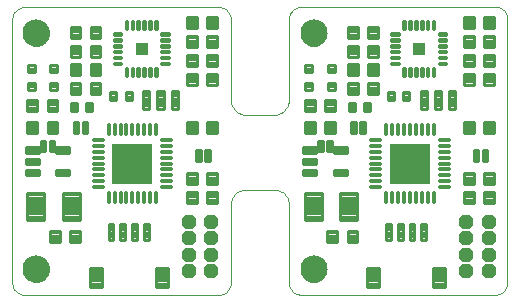
<source format=gts>
G75*
%MOIN*%
%OFA0B0*%
%FSLAX24Y24*%
%IPPOS*%
%LPD*%
%AMOC8*
5,1,8,0,0,1.08239X$1,22.5*
%
%ADD10C,0.0000*%
%ADD11C,0.0906*%
%ADD12R,0.1375X0.1375*%
%ADD13C,0.0107*%
%ADD14C,0.0114*%
%ADD15C,0.0134*%
%ADD16R,0.0394X0.0394*%
%ADD17C,0.0108*%
%ADD18C,0.0118*%
%ADD19C,0.0120*%
%ADD20C,0.0138*%
%ADD21C,0.0138*%
%ADD22C,0.0114*%
%ADD23C,0.0116*%
%ADD24C,0.0108*%
%ADD25OC8,0.0480*%
D10*
X003587Y005150D02*
X010080Y005150D01*
X010119Y005153D01*
X010158Y005159D01*
X010196Y005169D01*
X010233Y005183D01*
X010268Y005200D01*
X010301Y005221D01*
X010332Y005245D01*
X010361Y005271D01*
X010387Y005301D01*
X010410Y005333D01*
X010430Y005367D01*
X010446Y005402D01*
X010458Y005440D01*
X010467Y005478D01*
X010473Y005517D01*
X010474Y005556D01*
X010474Y008150D01*
X010476Y008194D01*
X010482Y008237D01*
X010491Y008279D01*
X010504Y008321D01*
X010521Y008361D01*
X010541Y008400D01*
X010564Y008437D01*
X010591Y008471D01*
X010620Y008504D01*
X010653Y008533D01*
X010687Y008560D01*
X010724Y008583D01*
X010763Y008603D01*
X010803Y008620D01*
X010845Y008633D01*
X010887Y008642D01*
X010930Y008648D01*
X010974Y008650D01*
X011912Y008650D01*
X011956Y008648D01*
X011999Y008642D01*
X012041Y008633D01*
X012083Y008620D01*
X012123Y008603D01*
X012162Y008583D01*
X012199Y008560D01*
X012233Y008533D01*
X012266Y008504D01*
X012295Y008471D01*
X012322Y008437D01*
X012345Y008400D01*
X012365Y008361D01*
X012382Y008321D01*
X012395Y008279D01*
X012404Y008237D01*
X012410Y008194D01*
X012412Y008150D01*
X012412Y005556D01*
X012414Y005517D01*
X012419Y005479D01*
X012428Y005441D01*
X012441Y005404D01*
X012458Y005369D01*
X012478Y005335D01*
X012501Y005304D01*
X012527Y005275D01*
X012555Y005249D01*
X012586Y005225D01*
X012620Y005205D01*
X012655Y005188D01*
X012692Y005175D01*
X012729Y005165D01*
X012768Y005159D01*
X012807Y005157D01*
X012806Y005157D02*
X019299Y005157D01*
X019338Y005159D01*
X019376Y005165D01*
X019413Y005174D01*
X019450Y005187D01*
X019485Y005204D01*
X019518Y005223D01*
X019549Y005246D01*
X019578Y005272D01*
X019604Y005301D01*
X019627Y005332D01*
X019646Y005365D01*
X019663Y005400D01*
X019676Y005437D01*
X019685Y005474D01*
X019691Y005512D01*
X019693Y005551D01*
X019693Y014350D01*
X019691Y014389D01*
X019685Y014427D01*
X019676Y014464D01*
X019663Y014501D01*
X019646Y014536D01*
X019627Y014569D01*
X019604Y014600D01*
X019578Y014629D01*
X019549Y014655D01*
X019518Y014678D01*
X019485Y014697D01*
X019450Y014714D01*
X019413Y014727D01*
X019376Y014736D01*
X019338Y014742D01*
X019299Y014744D01*
X012806Y014744D01*
X012806Y014743D02*
X012767Y014740D01*
X012728Y014734D01*
X012690Y014724D01*
X012653Y014710D01*
X012618Y014693D01*
X012585Y014672D01*
X012554Y014648D01*
X012525Y014622D01*
X012499Y014592D01*
X012476Y014560D01*
X012456Y014526D01*
X012440Y014491D01*
X012428Y014453D01*
X012419Y014415D01*
X012413Y014376D01*
X012412Y014337D01*
X012412Y014338D02*
X012412Y011650D01*
X012410Y011606D01*
X012404Y011563D01*
X012395Y011521D01*
X012382Y011479D01*
X012365Y011439D01*
X012345Y011400D01*
X012322Y011363D01*
X012295Y011329D01*
X012266Y011296D01*
X012233Y011267D01*
X012199Y011240D01*
X012162Y011217D01*
X012123Y011197D01*
X012083Y011180D01*
X012041Y011167D01*
X011999Y011158D01*
X011956Y011152D01*
X011912Y011150D01*
X010974Y011150D01*
X010930Y011152D01*
X010887Y011158D01*
X010845Y011167D01*
X010803Y011180D01*
X010763Y011197D01*
X010724Y011217D01*
X010687Y011240D01*
X010653Y011267D01*
X010620Y011296D01*
X010591Y011329D01*
X010564Y011363D01*
X010541Y011400D01*
X010521Y011439D01*
X010504Y011479D01*
X010491Y011521D01*
X010482Y011563D01*
X010476Y011606D01*
X010474Y011650D01*
X010474Y014338D01*
X010475Y014338D02*
X010473Y014377D01*
X010468Y014415D01*
X010459Y014453D01*
X010446Y014490D01*
X010429Y014525D01*
X010409Y014559D01*
X010386Y014590D01*
X010360Y014619D01*
X010332Y014645D01*
X010301Y014669D01*
X010267Y014689D01*
X010232Y014706D01*
X010195Y014719D01*
X010158Y014729D01*
X010119Y014735D01*
X010080Y014737D01*
X003587Y014737D01*
X003548Y014735D01*
X003510Y014729D01*
X003473Y014720D01*
X003436Y014707D01*
X003401Y014690D01*
X003368Y014671D01*
X003337Y014648D01*
X003308Y014622D01*
X003282Y014593D01*
X003259Y014562D01*
X003240Y014529D01*
X003223Y014494D01*
X003210Y014457D01*
X003201Y014420D01*
X003195Y014382D01*
X003193Y014343D01*
X003193Y005544D01*
X003195Y005505D01*
X003201Y005467D01*
X003210Y005430D01*
X003223Y005393D01*
X003240Y005358D01*
X003259Y005325D01*
X003282Y005294D01*
X003308Y005265D01*
X003337Y005239D01*
X003368Y005216D01*
X003401Y005197D01*
X003436Y005180D01*
X003473Y005167D01*
X003510Y005158D01*
X003548Y005152D01*
X003587Y005150D01*
X003548Y006006D02*
X003550Y006047D01*
X003556Y006088D01*
X003566Y006128D01*
X003579Y006167D01*
X003596Y006204D01*
X003617Y006240D01*
X003641Y006274D01*
X003668Y006305D01*
X003697Y006333D01*
X003730Y006359D01*
X003764Y006381D01*
X003801Y006400D01*
X003839Y006415D01*
X003879Y006427D01*
X003919Y006435D01*
X003960Y006439D01*
X004002Y006439D01*
X004043Y006435D01*
X004083Y006427D01*
X004123Y006415D01*
X004161Y006400D01*
X004197Y006381D01*
X004232Y006359D01*
X004265Y006333D01*
X004294Y006305D01*
X004321Y006274D01*
X004345Y006240D01*
X004366Y006204D01*
X004383Y006167D01*
X004396Y006128D01*
X004406Y006088D01*
X004412Y006047D01*
X004414Y006006D01*
X004412Y005965D01*
X004406Y005924D01*
X004396Y005884D01*
X004383Y005845D01*
X004366Y005808D01*
X004345Y005772D01*
X004321Y005738D01*
X004294Y005707D01*
X004265Y005679D01*
X004232Y005653D01*
X004198Y005631D01*
X004161Y005612D01*
X004123Y005597D01*
X004083Y005585D01*
X004043Y005577D01*
X004002Y005573D01*
X003960Y005573D01*
X003919Y005577D01*
X003879Y005585D01*
X003839Y005597D01*
X003801Y005612D01*
X003765Y005631D01*
X003730Y005653D01*
X003697Y005679D01*
X003668Y005707D01*
X003641Y005738D01*
X003617Y005772D01*
X003596Y005808D01*
X003579Y005845D01*
X003566Y005884D01*
X003556Y005924D01*
X003550Y005965D01*
X003548Y006006D01*
X003548Y013880D02*
X003550Y013921D01*
X003556Y013962D01*
X003566Y014002D01*
X003579Y014041D01*
X003596Y014078D01*
X003617Y014114D01*
X003641Y014148D01*
X003668Y014179D01*
X003697Y014207D01*
X003730Y014233D01*
X003764Y014255D01*
X003801Y014274D01*
X003839Y014289D01*
X003879Y014301D01*
X003919Y014309D01*
X003960Y014313D01*
X004002Y014313D01*
X004043Y014309D01*
X004083Y014301D01*
X004123Y014289D01*
X004161Y014274D01*
X004197Y014255D01*
X004232Y014233D01*
X004265Y014207D01*
X004294Y014179D01*
X004321Y014148D01*
X004345Y014114D01*
X004366Y014078D01*
X004383Y014041D01*
X004396Y014002D01*
X004406Y013962D01*
X004412Y013921D01*
X004414Y013880D01*
X004412Y013839D01*
X004406Y013798D01*
X004396Y013758D01*
X004383Y013719D01*
X004366Y013682D01*
X004345Y013646D01*
X004321Y013612D01*
X004294Y013581D01*
X004265Y013553D01*
X004232Y013527D01*
X004198Y013505D01*
X004161Y013486D01*
X004123Y013471D01*
X004083Y013459D01*
X004043Y013451D01*
X004002Y013447D01*
X003960Y013447D01*
X003919Y013451D01*
X003879Y013459D01*
X003839Y013471D01*
X003801Y013486D01*
X003765Y013505D01*
X003730Y013527D01*
X003697Y013553D01*
X003668Y013581D01*
X003641Y013612D01*
X003617Y013646D01*
X003596Y013682D01*
X003579Y013719D01*
X003566Y013758D01*
X003556Y013798D01*
X003550Y013839D01*
X003548Y013880D01*
X012798Y013880D02*
X012800Y013921D01*
X012806Y013962D01*
X012816Y014002D01*
X012829Y014041D01*
X012846Y014078D01*
X012867Y014114D01*
X012891Y014148D01*
X012918Y014179D01*
X012947Y014207D01*
X012980Y014233D01*
X013014Y014255D01*
X013051Y014274D01*
X013089Y014289D01*
X013129Y014301D01*
X013169Y014309D01*
X013210Y014313D01*
X013252Y014313D01*
X013293Y014309D01*
X013333Y014301D01*
X013373Y014289D01*
X013411Y014274D01*
X013447Y014255D01*
X013482Y014233D01*
X013515Y014207D01*
X013544Y014179D01*
X013571Y014148D01*
X013595Y014114D01*
X013616Y014078D01*
X013633Y014041D01*
X013646Y014002D01*
X013656Y013962D01*
X013662Y013921D01*
X013664Y013880D01*
X013662Y013839D01*
X013656Y013798D01*
X013646Y013758D01*
X013633Y013719D01*
X013616Y013682D01*
X013595Y013646D01*
X013571Y013612D01*
X013544Y013581D01*
X013515Y013553D01*
X013482Y013527D01*
X013448Y013505D01*
X013411Y013486D01*
X013373Y013471D01*
X013333Y013459D01*
X013293Y013451D01*
X013252Y013447D01*
X013210Y013447D01*
X013169Y013451D01*
X013129Y013459D01*
X013089Y013471D01*
X013051Y013486D01*
X013015Y013505D01*
X012980Y013527D01*
X012947Y013553D01*
X012918Y013581D01*
X012891Y013612D01*
X012867Y013646D01*
X012846Y013682D01*
X012829Y013719D01*
X012816Y013758D01*
X012806Y013798D01*
X012800Y013839D01*
X012798Y013880D01*
X012798Y006006D02*
X012800Y006047D01*
X012806Y006088D01*
X012816Y006128D01*
X012829Y006167D01*
X012846Y006204D01*
X012867Y006240D01*
X012891Y006274D01*
X012918Y006305D01*
X012947Y006333D01*
X012980Y006359D01*
X013014Y006381D01*
X013051Y006400D01*
X013089Y006415D01*
X013129Y006427D01*
X013169Y006435D01*
X013210Y006439D01*
X013252Y006439D01*
X013293Y006435D01*
X013333Y006427D01*
X013373Y006415D01*
X013411Y006400D01*
X013447Y006381D01*
X013482Y006359D01*
X013515Y006333D01*
X013544Y006305D01*
X013571Y006274D01*
X013595Y006240D01*
X013616Y006204D01*
X013633Y006167D01*
X013646Y006128D01*
X013656Y006088D01*
X013662Y006047D01*
X013664Y006006D01*
X013662Y005965D01*
X013656Y005924D01*
X013646Y005884D01*
X013633Y005845D01*
X013616Y005808D01*
X013595Y005772D01*
X013571Y005738D01*
X013544Y005707D01*
X013515Y005679D01*
X013482Y005653D01*
X013448Y005631D01*
X013411Y005612D01*
X013373Y005597D01*
X013333Y005585D01*
X013293Y005577D01*
X013252Y005573D01*
X013210Y005573D01*
X013169Y005577D01*
X013129Y005585D01*
X013089Y005597D01*
X013051Y005612D01*
X013015Y005631D01*
X012980Y005653D01*
X012947Y005679D01*
X012918Y005707D01*
X012891Y005738D01*
X012867Y005772D01*
X012846Y005808D01*
X012829Y005845D01*
X012816Y005884D01*
X012806Y005924D01*
X012800Y005965D01*
X012798Y006006D01*
D11*
X013231Y006006D03*
X013231Y013880D03*
X003981Y013880D03*
X003981Y006006D03*
D12*
X007193Y009525D03*
X016443Y009525D03*
D13*
X014691Y008527D02*
X014127Y008527D01*
X014691Y008527D02*
X014691Y007649D01*
X014127Y007649D01*
X014127Y008527D01*
X014127Y007755D02*
X014691Y007755D01*
X014691Y007861D02*
X014127Y007861D01*
X014127Y007967D02*
X014691Y007967D01*
X014691Y008073D02*
X014127Y008073D01*
X014127Y008179D02*
X014691Y008179D01*
X014691Y008285D02*
X014127Y008285D01*
X014127Y008391D02*
X014691Y008391D01*
X014691Y008497D02*
X014127Y008497D01*
X013510Y007649D02*
X012946Y007649D01*
X012946Y008527D01*
X013510Y008527D01*
X013510Y007649D01*
X013510Y007755D02*
X012946Y007755D01*
X012946Y007861D02*
X013510Y007861D01*
X013510Y007967D02*
X012946Y007967D01*
X012946Y008073D02*
X013510Y008073D01*
X013510Y008179D02*
X012946Y008179D01*
X012946Y008285D02*
X013510Y008285D01*
X013510Y008391D02*
X012946Y008391D01*
X012946Y008497D02*
X013510Y008497D01*
X005441Y008527D02*
X004877Y008527D01*
X005441Y008527D02*
X005441Y007649D01*
X004877Y007649D01*
X004877Y008527D01*
X004877Y007755D02*
X005441Y007755D01*
X005441Y007861D02*
X004877Y007861D01*
X004877Y007967D02*
X005441Y007967D01*
X005441Y008073D02*
X004877Y008073D01*
X004877Y008179D02*
X005441Y008179D01*
X005441Y008285D02*
X004877Y008285D01*
X004877Y008391D02*
X005441Y008391D01*
X005441Y008497D02*
X004877Y008497D01*
X004260Y007649D02*
X003696Y007649D01*
X003696Y008527D01*
X004260Y008527D01*
X004260Y007649D01*
X004260Y007755D02*
X003696Y007755D01*
X003696Y007861D02*
X004260Y007861D01*
X004260Y007967D02*
X003696Y007967D01*
X003696Y008073D02*
X004260Y008073D01*
X004260Y008179D02*
X003696Y008179D01*
X003696Y008285D02*
X004260Y008285D01*
X004260Y008391D02*
X003696Y008391D01*
X003696Y008497D02*
X004260Y008497D01*
D14*
X004448Y011985D02*
X004688Y011985D01*
X004448Y011985D02*
X004448Y012225D01*
X004688Y012225D01*
X004688Y011985D01*
X004688Y012098D02*
X004448Y012098D01*
X004448Y012211D02*
X004688Y012211D01*
X004688Y012575D02*
X004448Y012575D01*
X004448Y012815D01*
X004688Y012815D01*
X004688Y012575D01*
X004688Y012688D02*
X004448Y012688D01*
X004448Y012801D02*
X004688Y012801D01*
X003938Y012575D02*
X003698Y012575D01*
X003698Y012815D01*
X003938Y012815D01*
X003938Y012575D01*
X003938Y012688D02*
X003698Y012688D01*
X003698Y012801D02*
X003938Y012801D01*
X003938Y011985D02*
X003698Y011985D01*
X003698Y012225D01*
X003938Y012225D01*
X003938Y011985D01*
X003938Y012098D02*
X003698Y012098D01*
X003698Y012211D02*
X003938Y012211D01*
X012948Y011985D02*
X013188Y011985D01*
X012948Y011985D02*
X012948Y012225D01*
X013188Y012225D01*
X013188Y011985D01*
X013188Y012098D02*
X012948Y012098D01*
X012948Y012211D02*
X013188Y012211D01*
X013188Y012575D02*
X012948Y012575D01*
X012948Y012815D01*
X013188Y012815D01*
X013188Y012575D01*
X013188Y012688D02*
X012948Y012688D01*
X012948Y012801D02*
X013188Y012801D01*
X013698Y012575D02*
X013938Y012575D01*
X013698Y012575D02*
X013698Y012815D01*
X013938Y012815D01*
X013938Y012575D01*
X013938Y012688D02*
X013698Y012688D01*
X013698Y012801D02*
X013938Y012801D01*
X013938Y011985D02*
X013698Y011985D01*
X013698Y012225D01*
X013938Y012225D01*
X013938Y011985D01*
X013938Y012098D02*
X013698Y012098D01*
X013698Y012211D02*
X013938Y012211D01*
D15*
X015858Y012833D02*
X016078Y012833D01*
X015858Y012833D02*
X015858Y012857D01*
X016078Y012857D01*
X016078Y012833D01*
X016078Y013030D02*
X015858Y013030D01*
X015858Y013054D01*
X016078Y013054D01*
X016078Y013030D01*
X016078Y013227D02*
X015858Y013227D01*
X015858Y013251D01*
X016078Y013251D01*
X016078Y013227D01*
X016078Y013424D02*
X015858Y013424D01*
X015858Y013448D01*
X016078Y013448D01*
X016078Y013424D01*
X016078Y013621D02*
X015858Y013621D01*
X015858Y013645D01*
X016078Y013645D01*
X016078Y013621D01*
X016078Y013818D02*
X015858Y013818D01*
X015858Y013842D01*
X016078Y013842D01*
X016078Y013818D01*
X016276Y014015D02*
X016276Y014235D01*
X016276Y014015D02*
X016252Y014015D01*
X016252Y014235D01*
X016276Y014235D01*
X016276Y014148D02*
X016252Y014148D01*
X016472Y014235D02*
X016472Y014015D01*
X016448Y014015D01*
X016448Y014235D01*
X016472Y014235D01*
X016472Y014148D02*
X016448Y014148D01*
X016669Y014235D02*
X016669Y014015D01*
X016645Y014015D01*
X016645Y014235D01*
X016669Y014235D01*
X016669Y014148D02*
X016645Y014148D01*
X016866Y014235D02*
X016866Y014015D01*
X016842Y014015D01*
X016842Y014235D01*
X016866Y014235D01*
X016866Y014148D02*
X016842Y014148D01*
X017063Y014235D02*
X017063Y014015D01*
X017039Y014015D01*
X017039Y014235D01*
X017063Y014235D01*
X017063Y014148D02*
X017039Y014148D01*
X017260Y014235D02*
X017260Y014015D01*
X017236Y014015D01*
X017236Y014235D01*
X017260Y014235D01*
X017260Y014148D02*
X017236Y014148D01*
X017433Y013842D02*
X017653Y013842D01*
X017653Y013818D01*
X017433Y013818D01*
X017433Y013842D01*
X017433Y013645D02*
X017653Y013645D01*
X017653Y013621D01*
X017433Y013621D01*
X017433Y013645D01*
X017433Y013448D02*
X017653Y013448D01*
X017653Y013424D01*
X017433Y013424D01*
X017433Y013448D01*
X017433Y013251D02*
X017653Y013251D01*
X017653Y013227D01*
X017433Y013227D01*
X017433Y013251D01*
X017433Y013054D02*
X017653Y013054D01*
X017653Y013030D01*
X017433Y013030D01*
X017433Y013054D01*
X017433Y012857D02*
X017653Y012857D01*
X017653Y012833D01*
X017433Y012833D01*
X017433Y012857D01*
X017236Y012660D02*
X017236Y012440D01*
X017236Y012660D02*
X017260Y012660D01*
X017260Y012440D01*
X017236Y012440D01*
X017236Y012573D02*
X017260Y012573D01*
X017039Y012660D02*
X017039Y012440D01*
X017039Y012660D02*
X017063Y012660D01*
X017063Y012440D01*
X017039Y012440D01*
X017039Y012573D02*
X017063Y012573D01*
X016842Y012660D02*
X016842Y012440D01*
X016842Y012660D02*
X016866Y012660D01*
X016866Y012440D01*
X016842Y012440D01*
X016842Y012573D02*
X016866Y012573D01*
X016645Y012660D02*
X016645Y012440D01*
X016645Y012660D02*
X016669Y012660D01*
X016669Y012440D01*
X016645Y012440D01*
X016645Y012573D02*
X016669Y012573D01*
X016448Y012660D02*
X016448Y012440D01*
X016448Y012660D02*
X016472Y012660D01*
X016472Y012440D01*
X016448Y012440D01*
X016448Y012573D02*
X016472Y012573D01*
X016252Y012660D02*
X016252Y012440D01*
X016252Y012660D02*
X016276Y012660D01*
X016276Y012440D01*
X016252Y012440D01*
X016252Y012573D02*
X016276Y012573D01*
X008403Y012857D02*
X008183Y012857D01*
X008403Y012857D02*
X008403Y012833D01*
X008183Y012833D01*
X008183Y012857D01*
X008183Y013054D02*
X008403Y013054D01*
X008403Y013030D01*
X008183Y013030D01*
X008183Y013054D01*
X008183Y013251D02*
X008403Y013251D01*
X008403Y013227D01*
X008183Y013227D01*
X008183Y013251D01*
X008183Y013448D02*
X008403Y013448D01*
X008403Y013424D01*
X008183Y013424D01*
X008183Y013448D01*
X008183Y013645D02*
X008403Y013645D01*
X008403Y013621D01*
X008183Y013621D01*
X008183Y013645D01*
X008183Y013842D02*
X008403Y013842D01*
X008403Y013818D01*
X008183Y013818D01*
X008183Y013842D01*
X008010Y014015D02*
X008010Y014235D01*
X008010Y014015D02*
X007986Y014015D01*
X007986Y014235D01*
X008010Y014235D01*
X008010Y014148D02*
X007986Y014148D01*
X007813Y014235D02*
X007813Y014015D01*
X007789Y014015D01*
X007789Y014235D01*
X007813Y014235D01*
X007813Y014148D02*
X007789Y014148D01*
X007616Y014235D02*
X007616Y014015D01*
X007592Y014015D01*
X007592Y014235D01*
X007616Y014235D01*
X007616Y014148D02*
X007592Y014148D01*
X007419Y014235D02*
X007419Y014015D01*
X007395Y014015D01*
X007395Y014235D01*
X007419Y014235D01*
X007419Y014148D02*
X007395Y014148D01*
X007222Y014235D02*
X007222Y014015D01*
X007198Y014015D01*
X007198Y014235D01*
X007222Y014235D01*
X007222Y014148D02*
X007198Y014148D01*
X007026Y014235D02*
X007026Y014015D01*
X007002Y014015D01*
X007002Y014235D01*
X007026Y014235D01*
X007026Y014148D02*
X007002Y014148D01*
X006828Y013818D02*
X006608Y013818D01*
X006608Y013842D01*
X006828Y013842D01*
X006828Y013818D01*
X006828Y013621D02*
X006608Y013621D01*
X006608Y013645D01*
X006828Y013645D01*
X006828Y013621D01*
X006828Y013424D02*
X006608Y013424D01*
X006608Y013448D01*
X006828Y013448D01*
X006828Y013424D01*
X006828Y013227D02*
X006608Y013227D01*
X006608Y013251D01*
X006828Y013251D01*
X006828Y013227D01*
X006828Y013030D02*
X006608Y013030D01*
X006608Y013054D01*
X006828Y013054D01*
X006828Y013030D01*
X006828Y012833D02*
X006608Y012833D01*
X006608Y012857D01*
X006828Y012857D01*
X006828Y012833D01*
X007002Y012660D02*
X007002Y012440D01*
X007002Y012660D02*
X007026Y012660D01*
X007026Y012440D01*
X007002Y012440D01*
X007002Y012573D02*
X007026Y012573D01*
X007198Y012660D02*
X007198Y012440D01*
X007198Y012660D02*
X007222Y012660D01*
X007222Y012440D01*
X007198Y012440D01*
X007198Y012573D02*
X007222Y012573D01*
X007395Y012660D02*
X007395Y012440D01*
X007395Y012660D02*
X007419Y012660D01*
X007419Y012440D01*
X007395Y012440D01*
X007395Y012573D02*
X007419Y012573D01*
X007592Y012660D02*
X007592Y012440D01*
X007592Y012660D02*
X007616Y012660D01*
X007616Y012440D01*
X007592Y012440D01*
X007592Y012573D02*
X007616Y012573D01*
X007789Y012660D02*
X007789Y012440D01*
X007789Y012660D02*
X007813Y012660D01*
X007813Y012440D01*
X007789Y012440D01*
X007789Y012573D02*
X007813Y012573D01*
X007986Y012660D02*
X007986Y012440D01*
X007986Y012660D02*
X008010Y012660D01*
X008010Y012440D01*
X007986Y012440D01*
X007986Y012573D02*
X008010Y012573D01*
D16*
X007506Y013338D03*
X016756Y013338D03*
D17*
X015378Y013457D02*
X015052Y013457D01*
X015378Y013457D02*
X015378Y013093D01*
X015052Y013093D01*
X015052Y013457D01*
X015052Y013200D02*
X015378Y013200D01*
X015378Y013307D02*
X015052Y013307D01*
X015052Y013414D02*
X015378Y013414D01*
X015052Y013718D02*
X015052Y014082D01*
X015378Y014082D01*
X015378Y013718D01*
X015052Y013718D01*
X015052Y013825D02*
X015378Y013825D01*
X015378Y013932D02*
X015052Y013932D01*
X015052Y014039D02*
X015378Y014039D01*
X014383Y014082D02*
X014383Y013718D01*
X014383Y014082D02*
X014709Y014082D01*
X014709Y013718D01*
X014383Y013718D01*
X014383Y013825D02*
X014709Y013825D01*
X014709Y013932D02*
X014383Y013932D01*
X014383Y014039D02*
X014709Y014039D01*
X014709Y013457D02*
X014383Y013457D01*
X014709Y013457D02*
X014709Y013093D01*
X014383Y013093D01*
X014383Y013457D01*
X014383Y013200D02*
X014709Y013200D01*
X014709Y013307D02*
X014383Y013307D01*
X014383Y013414D02*
X014709Y013414D01*
X014709Y012832D02*
X014383Y012832D01*
X014709Y012832D02*
X014709Y012468D01*
X014383Y012468D01*
X014383Y012832D01*
X014383Y012575D02*
X014709Y012575D01*
X014709Y012682D02*
X014383Y012682D01*
X014383Y012789D02*
X014709Y012789D01*
X015052Y012832D02*
X015378Y012832D01*
X015378Y012468D01*
X015052Y012468D01*
X015052Y012832D01*
X015052Y012575D02*
X015378Y012575D01*
X015378Y012682D02*
X015052Y012682D01*
X015052Y012789D02*
X015378Y012789D01*
X015378Y012207D02*
X015052Y012207D01*
X015378Y012207D02*
X015378Y011843D01*
X015052Y011843D01*
X015052Y012207D01*
X015052Y011950D02*
X015378Y011950D01*
X015378Y012057D02*
X015052Y012057D01*
X015052Y012164D02*
X015378Y012164D01*
X014709Y012207D02*
X014383Y012207D01*
X014709Y012207D02*
X014709Y011843D01*
X014383Y011843D01*
X014383Y012207D01*
X014383Y011950D02*
X014709Y011950D01*
X014709Y012057D02*
X014383Y012057D01*
X014383Y012164D02*
X014709Y012164D01*
X013941Y011645D02*
X013615Y011645D01*
X013941Y011645D02*
X013941Y011281D01*
X013615Y011281D01*
X013615Y011645D01*
X013615Y011388D02*
X013941Y011388D01*
X013941Y011495D02*
X013615Y011495D01*
X013615Y011602D02*
X013941Y011602D01*
X013272Y011645D02*
X012946Y011645D01*
X013272Y011645D02*
X013272Y011281D01*
X012946Y011281D01*
X012946Y011645D01*
X012946Y011388D02*
X013272Y011388D01*
X013272Y011495D02*
X012946Y011495D01*
X012946Y011602D02*
X013272Y011602D01*
X012946Y010895D02*
X012946Y010531D01*
X012946Y010895D02*
X013272Y010895D01*
X013272Y010531D01*
X012946Y010531D01*
X012946Y010638D02*
X013272Y010638D01*
X013272Y010745D02*
X012946Y010745D01*
X012946Y010852D02*
X013272Y010852D01*
X013615Y010895D02*
X013615Y010531D01*
X013615Y010895D02*
X013941Y010895D01*
X013941Y010531D01*
X013615Y010531D01*
X013615Y010638D02*
X013941Y010638D01*
X013941Y010745D02*
X013615Y010745D01*
X013615Y010852D02*
X013941Y010852D01*
X013696Y007270D02*
X013696Y006906D01*
X013696Y007270D02*
X014022Y007270D01*
X014022Y006906D01*
X013696Y006906D01*
X013696Y007013D02*
X014022Y007013D01*
X014022Y007120D02*
X013696Y007120D01*
X013696Y007227D02*
X014022Y007227D01*
X014365Y007270D02*
X014365Y006906D01*
X014365Y007270D02*
X014691Y007270D01*
X014691Y006906D01*
X014365Y006906D01*
X014365Y007013D02*
X014691Y007013D01*
X014691Y007120D02*
X014365Y007120D01*
X014365Y007227D02*
X014691Y007227D01*
X018584Y008218D02*
X018584Y008582D01*
X018584Y008218D02*
X018258Y008218D01*
X018258Y008582D01*
X018584Y008582D01*
X018584Y008325D02*
X018258Y008325D01*
X018258Y008432D02*
X018584Y008432D01*
X018584Y008539D02*
X018258Y008539D01*
X018258Y009207D02*
X018584Y009207D01*
X018584Y008843D01*
X018258Y008843D01*
X018258Y009207D01*
X018258Y008950D02*
X018584Y008950D01*
X018584Y009057D02*
X018258Y009057D01*
X018258Y009164D02*
X018584Y009164D01*
X018927Y009207D02*
X019253Y009207D01*
X019253Y008843D01*
X018927Y008843D01*
X018927Y009207D01*
X018927Y008950D02*
X019253Y008950D01*
X019253Y009057D02*
X018927Y009057D01*
X018927Y009164D02*
X019253Y009164D01*
X019253Y008582D02*
X019253Y008218D01*
X018927Y008218D01*
X018927Y008582D01*
X019253Y008582D01*
X019253Y008325D02*
X018927Y008325D01*
X018927Y008432D02*
X019253Y008432D01*
X019253Y008539D02*
X018927Y008539D01*
X019253Y010531D02*
X019253Y010895D01*
X019253Y010531D02*
X018927Y010531D01*
X018927Y010895D01*
X019253Y010895D01*
X019253Y010638D02*
X018927Y010638D01*
X018927Y010745D02*
X019253Y010745D01*
X019253Y010852D02*
X018927Y010852D01*
X018584Y010895D02*
X018584Y010531D01*
X018258Y010531D01*
X018258Y010895D01*
X018584Y010895D01*
X018584Y010638D02*
X018258Y010638D01*
X018258Y010745D02*
X018584Y010745D01*
X018584Y010852D02*
X018258Y010852D01*
X018258Y012156D02*
X018584Y012156D01*
X018258Y012156D02*
X018258Y012520D01*
X018584Y012520D01*
X018584Y012156D01*
X018584Y012263D02*
X018258Y012263D01*
X018258Y012370D02*
X018584Y012370D01*
X018584Y012477D02*
X018258Y012477D01*
X018258Y012781D02*
X018584Y012781D01*
X018258Y012781D02*
X018258Y013145D01*
X018584Y013145D01*
X018584Y012781D01*
X018584Y012888D02*
X018258Y012888D01*
X018258Y012995D02*
X018584Y012995D01*
X018584Y013102D02*
X018258Y013102D01*
X018584Y013406D02*
X018584Y013770D01*
X018584Y013406D02*
X018258Y013406D01*
X018258Y013770D01*
X018584Y013770D01*
X018584Y013513D02*
X018258Y013513D01*
X018258Y013620D02*
X018584Y013620D01*
X018584Y013727D02*
X018258Y013727D01*
X018584Y014031D02*
X018584Y014395D01*
X018584Y014031D02*
X018258Y014031D01*
X018258Y014395D01*
X018584Y014395D01*
X018584Y014138D02*
X018258Y014138D01*
X018258Y014245D02*
X018584Y014245D01*
X018584Y014352D02*
X018258Y014352D01*
X019253Y014395D02*
X019253Y014031D01*
X018927Y014031D01*
X018927Y014395D01*
X019253Y014395D01*
X019253Y014138D02*
X018927Y014138D01*
X018927Y014245D02*
X019253Y014245D01*
X019253Y014352D02*
X018927Y014352D01*
X019253Y013770D02*
X019253Y013406D01*
X018927Y013406D01*
X018927Y013770D01*
X019253Y013770D01*
X019253Y013513D02*
X018927Y013513D01*
X018927Y013620D02*
X019253Y013620D01*
X019253Y013727D02*
X018927Y013727D01*
X018927Y012781D02*
X019253Y012781D01*
X018927Y012781D02*
X018927Y013145D01*
X019253Y013145D01*
X019253Y012781D01*
X019253Y012888D02*
X018927Y012888D01*
X018927Y012995D02*
X019253Y012995D01*
X019253Y013102D02*
X018927Y013102D01*
X018927Y012156D02*
X019253Y012156D01*
X018927Y012156D02*
X018927Y012520D01*
X019253Y012520D01*
X019253Y012156D01*
X019253Y012263D02*
X018927Y012263D01*
X018927Y012370D02*
X019253Y012370D01*
X019253Y012477D02*
X018927Y012477D01*
X010003Y012156D02*
X009677Y012156D01*
X009677Y012520D01*
X010003Y012520D01*
X010003Y012156D01*
X010003Y012263D02*
X009677Y012263D01*
X009677Y012370D02*
X010003Y012370D01*
X010003Y012477D02*
X009677Y012477D01*
X009677Y012781D02*
X010003Y012781D01*
X009677Y012781D02*
X009677Y013145D01*
X010003Y013145D01*
X010003Y012781D01*
X010003Y012888D02*
X009677Y012888D01*
X009677Y012995D02*
X010003Y012995D01*
X010003Y013102D02*
X009677Y013102D01*
X010003Y013406D02*
X010003Y013770D01*
X010003Y013406D02*
X009677Y013406D01*
X009677Y013770D01*
X010003Y013770D01*
X010003Y013513D02*
X009677Y013513D01*
X009677Y013620D02*
X010003Y013620D01*
X010003Y013727D02*
X009677Y013727D01*
X009334Y013770D02*
X009334Y013406D01*
X009008Y013406D01*
X009008Y013770D01*
X009334Y013770D01*
X009334Y013513D02*
X009008Y013513D01*
X009008Y013620D02*
X009334Y013620D01*
X009334Y013727D02*
X009008Y013727D01*
X009334Y014031D02*
X009334Y014395D01*
X009334Y014031D02*
X009008Y014031D01*
X009008Y014395D01*
X009334Y014395D01*
X009334Y014138D02*
X009008Y014138D01*
X009008Y014245D02*
X009334Y014245D01*
X009334Y014352D02*
X009008Y014352D01*
X010003Y014395D02*
X010003Y014031D01*
X009677Y014031D01*
X009677Y014395D01*
X010003Y014395D01*
X010003Y014138D02*
X009677Y014138D01*
X009677Y014245D02*
X010003Y014245D01*
X010003Y014352D02*
X009677Y014352D01*
X009334Y012781D02*
X009008Y012781D01*
X009008Y013145D01*
X009334Y013145D01*
X009334Y012781D01*
X009334Y012888D02*
X009008Y012888D01*
X009008Y012995D02*
X009334Y012995D01*
X009334Y013102D02*
X009008Y013102D01*
X009008Y012156D02*
X009334Y012156D01*
X009008Y012156D02*
X009008Y012520D01*
X009334Y012520D01*
X009334Y012156D01*
X009334Y012263D02*
X009008Y012263D01*
X009008Y012370D02*
X009334Y012370D01*
X009334Y012477D02*
X009008Y012477D01*
X009334Y010895D02*
X009334Y010531D01*
X009008Y010531D01*
X009008Y010895D01*
X009334Y010895D01*
X009334Y010638D02*
X009008Y010638D01*
X009008Y010745D02*
X009334Y010745D01*
X009334Y010852D02*
X009008Y010852D01*
X010003Y010895D02*
X010003Y010531D01*
X009677Y010531D01*
X009677Y010895D01*
X010003Y010895D01*
X010003Y010638D02*
X009677Y010638D01*
X009677Y010745D02*
X010003Y010745D01*
X010003Y010852D02*
X009677Y010852D01*
X009677Y009207D02*
X010003Y009207D01*
X010003Y008843D01*
X009677Y008843D01*
X009677Y009207D01*
X009677Y008950D02*
X010003Y008950D01*
X010003Y009057D02*
X009677Y009057D01*
X009677Y009164D02*
X010003Y009164D01*
X010003Y008582D02*
X010003Y008218D01*
X009677Y008218D01*
X009677Y008582D01*
X010003Y008582D01*
X010003Y008325D02*
X009677Y008325D01*
X009677Y008432D02*
X010003Y008432D01*
X010003Y008539D02*
X009677Y008539D01*
X009334Y008582D02*
X009334Y008218D01*
X009008Y008218D01*
X009008Y008582D01*
X009334Y008582D01*
X009334Y008325D02*
X009008Y008325D01*
X009008Y008432D02*
X009334Y008432D01*
X009334Y008539D02*
X009008Y008539D01*
X009008Y009207D02*
X009334Y009207D01*
X009334Y008843D01*
X009008Y008843D01*
X009008Y009207D01*
X009008Y008950D02*
X009334Y008950D01*
X009334Y009057D02*
X009008Y009057D01*
X009008Y009164D02*
X009334Y009164D01*
X006128Y012207D02*
X005802Y012207D01*
X006128Y012207D02*
X006128Y011843D01*
X005802Y011843D01*
X005802Y012207D01*
X005802Y011950D02*
X006128Y011950D01*
X006128Y012057D02*
X005802Y012057D01*
X005802Y012164D02*
X006128Y012164D01*
X006128Y012832D02*
X005802Y012832D01*
X006128Y012832D02*
X006128Y012468D01*
X005802Y012468D01*
X005802Y012832D01*
X005802Y012575D02*
X006128Y012575D01*
X006128Y012682D02*
X005802Y012682D01*
X005802Y012789D02*
X006128Y012789D01*
X006128Y013457D02*
X005802Y013457D01*
X006128Y013457D02*
X006128Y013093D01*
X005802Y013093D01*
X005802Y013457D01*
X005802Y013200D02*
X006128Y013200D01*
X006128Y013307D02*
X005802Y013307D01*
X005802Y013414D02*
X006128Y013414D01*
X005802Y013718D02*
X005802Y014082D01*
X006128Y014082D01*
X006128Y013718D01*
X005802Y013718D01*
X005802Y013825D02*
X006128Y013825D01*
X006128Y013932D02*
X005802Y013932D01*
X005802Y014039D02*
X006128Y014039D01*
X005133Y014082D02*
X005133Y013718D01*
X005133Y014082D02*
X005459Y014082D01*
X005459Y013718D01*
X005133Y013718D01*
X005133Y013825D02*
X005459Y013825D01*
X005459Y013932D02*
X005133Y013932D01*
X005133Y014039D02*
X005459Y014039D01*
X005459Y013457D02*
X005133Y013457D01*
X005459Y013457D02*
X005459Y013093D01*
X005133Y013093D01*
X005133Y013457D01*
X005133Y013200D02*
X005459Y013200D01*
X005459Y013307D02*
X005133Y013307D01*
X005133Y013414D02*
X005459Y013414D01*
X005459Y012832D02*
X005133Y012832D01*
X005459Y012832D02*
X005459Y012468D01*
X005133Y012468D01*
X005133Y012832D01*
X005133Y012575D02*
X005459Y012575D01*
X005459Y012682D02*
X005133Y012682D01*
X005133Y012789D02*
X005459Y012789D01*
X005459Y012207D02*
X005133Y012207D01*
X005459Y012207D02*
X005459Y011843D01*
X005133Y011843D01*
X005133Y012207D01*
X005133Y011950D02*
X005459Y011950D01*
X005459Y012057D02*
X005133Y012057D01*
X005133Y012164D02*
X005459Y012164D01*
X004691Y011645D02*
X004365Y011645D01*
X004691Y011645D02*
X004691Y011281D01*
X004365Y011281D01*
X004365Y011645D01*
X004365Y011388D02*
X004691Y011388D01*
X004691Y011495D02*
X004365Y011495D01*
X004365Y011602D02*
X004691Y011602D01*
X004022Y011645D02*
X003696Y011645D01*
X004022Y011645D02*
X004022Y011281D01*
X003696Y011281D01*
X003696Y011645D01*
X003696Y011388D02*
X004022Y011388D01*
X004022Y011495D02*
X003696Y011495D01*
X003696Y011602D02*
X004022Y011602D01*
X003696Y010895D02*
X003696Y010531D01*
X003696Y010895D02*
X004022Y010895D01*
X004022Y010531D01*
X003696Y010531D01*
X003696Y010638D02*
X004022Y010638D01*
X004022Y010745D02*
X003696Y010745D01*
X003696Y010852D02*
X004022Y010852D01*
X004365Y010895D02*
X004365Y010531D01*
X004365Y010895D02*
X004691Y010895D01*
X004691Y010531D01*
X004365Y010531D01*
X004365Y010638D02*
X004691Y010638D01*
X004691Y010745D02*
X004365Y010745D01*
X004365Y010852D02*
X004691Y010852D01*
X004446Y007270D02*
X004446Y006906D01*
X004446Y007270D02*
X004772Y007270D01*
X004772Y006906D01*
X004446Y006906D01*
X004446Y007013D02*
X004772Y007013D01*
X004772Y007120D02*
X004446Y007120D01*
X004446Y007227D02*
X004772Y007227D01*
X005115Y007270D02*
X005115Y006906D01*
X005115Y007270D02*
X005441Y007270D01*
X005441Y006906D01*
X005115Y006906D01*
X005115Y007013D02*
X005441Y007013D01*
X005441Y007120D02*
X005115Y007120D01*
X005115Y007227D02*
X005441Y007227D01*
D18*
X004696Y009144D02*
X004696Y009282D01*
X005090Y009282D01*
X005090Y009144D01*
X004696Y009144D01*
X004696Y009261D02*
X005090Y009261D01*
X004696Y009893D02*
X004696Y010031D01*
X005090Y010031D01*
X005090Y009893D01*
X004696Y009893D01*
X004696Y010010D02*
X005090Y010010D01*
X003672Y010031D02*
X003672Y009893D01*
X003672Y010031D02*
X004066Y010031D01*
X004066Y009893D01*
X003672Y009893D01*
X003672Y010010D02*
X004066Y010010D01*
X003672Y009657D02*
X003672Y009519D01*
X003672Y009657D02*
X004066Y009657D01*
X004066Y009519D01*
X003672Y009519D01*
X003672Y009636D02*
X004066Y009636D01*
X003672Y009282D02*
X003672Y009144D01*
X003672Y009282D02*
X004066Y009282D01*
X004066Y009144D01*
X003672Y009144D01*
X003672Y009261D02*
X004066Y009261D01*
X012922Y009144D02*
X012922Y009282D01*
X013316Y009282D01*
X013316Y009144D01*
X012922Y009144D01*
X012922Y009261D02*
X013316Y009261D01*
X012922Y009519D02*
X012922Y009657D01*
X013316Y009657D01*
X013316Y009519D01*
X012922Y009519D01*
X012922Y009636D02*
X013316Y009636D01*
X012922Y009893D02*
X012922Y010031D01*
X013316Y010031D01*
X013316Y009893D01*
X012922Y009893D01*
X012922Y010010D02*
X013316Y010010D01*
X013946Y010031D02*
X013946Y009893D01*
X013946Y010031D02*
X014340Y010031D01*
X014340Y009893D01*
X013946Y009893D01*
X013946Y010010D02*
X014340Y010010D01*
X013946Y009282D02*
X013946Y009144D01*
X013946Y009282D02*
X014340Y009282D01*
X014340Y009144D01*
X013946Y009144D01*
X013946Y009261D02*
X014340Y009261D01*
D19*
X013841Y009928D02*
X013721Y009928D01*
X013721Y010248D01*
X013841Y010248D01*
X013841Y009928D01*
X013841Y010047D02*
X013721Y010047D01*
X013721Y010166D02*
X013841Y010166D01*
X013541Y009928D02*
X013421Y009928D01*
X013421Y010248D01*
X013541Y010248D01*
X013541Y009928D01*
X013541Y010047D02*
X013421Y010047D01*
X013421Y010166D02*
X013541Y010166D01*
X014514Y010553D02*
X014634Y010553D01*
X014514Y010553D02*
X014514Y010873D01*
X014634Y010873D01*
X014634Y010553D01*
X014634Y010672D02*
X014514Y010672D01*
X014514Y010791D02*
X014634Y010791D01*
X014814Y010553D02*
X014934Y010553D01*
X014814Y010553D02*
X014814Y010873D01*
X014934Y010873D01*
X014934Y010553D01*
X014934Y010672D02*
X014814Y010672D01*
X014814Y010791D02*
X014934Y010791D01*
X018608Y009935D02*
X018728Y009935D01*
X018728Y009615D01*
X018608Y009615D01*
X018608Y009935D01*
X018608Y009734D02*
X018728Y009734D01*
X018728Y009853D02*
X018608Y009853D01*
X018908Y009935D02*
X019028Y009935D01*
X019028Y009615D01*
X018908Y009615D01*
X018908Y009935D01*
X018908Y009734D02*
X019028Y009734D01*
X019028Y009853D02*
X018908Y009853D01*
X009778Y009935D02*
X009658Y009935D01*
X009778Y009935D02*
X009778Y009615D01*
X009658Y009615D01*
X009658Y009935D01*
X009658Y009734D02*
X009778Y009734D01*
X009778Y009853D02*
X009658Y009853D01*
X009478Y009935D02*
X009358Y009935D01*
X009478Y009935D02*
X009478Y009615D01*
X009358Y009615D01*
X009358Y009935D01*
X009358Y009734D02*
X009478Y009734D01*
X009478Y009853D02*
X009358Y009853D01*
X005684Y010553D02*
X005564Y010553D01*
X005564Y010873D01*
X005684Y010873D01*
X005684Y010553D01*
X005684Y010672D02*
X005564Y010672D01*
X005564Y010791D02*
X005684Y010791D01*
X005384Y010553D02*
X005264Y010553D01*
X005264Y010873D01*
X005384Y010873D01*
X005384Y010553D01*
X005384Y010672D02*
X005264Y010672D01*
X005264Y010791D02*
X005384Y010791D01*
X004591Y009928D02*
X004471Y009928D01*
X004471Y010248D01*
X004591Y010248D01*
X004591Y009928D01*
X004591Y010047D02*
X004471Y010047D01*
X004471Y010166D02*
X004591Y010166D01*
X004291Y009928D02*
X004171Y009928D01*
X004171Y010248D01*
X004291Y010248D01*
X004291Y009928D01*
X004291Y010047D02*
X004171Y010047D01*
X004171Y010166D02*
X004291Y010166D01*
D20*
X005903Y010116D02*
X006199Y010116D01*
X006199Y010312D02*
X005903Y010312D01*
X005903Y009919D02*
X006199Y009919D01*
X006199Y009722D02*
X005903Y009722D01*
X005903Y009525D02*
X006199Y009525D01*
X006199Y009328D02*
X005903Y009328D01*
X005903Y009131D02*
X006199Y009131D01*
X006199Y008934D02*
X005903Y008934D01*
X005903Y008738D02*
X006199Y008738D01*
X006406Y008531D02*
X006406Y008235D01*
X006603Y008235D02*
X006603Y008531D01*
X006799Y008531D02*
X006799Y008235D01*
X006996Y008235D02*
X006996Y008531D01*
X007193Y008531D02*
X007193Y008235D01*
X007390Y008235D02*
X007390Y008531D01*
X007587Y008531D02*
X007587Y008235D01*
X007784Y008235D02*
X007784Y008531D01*
X007981Y008531D02*
X007981Y008235D01*
X008187Y008934D02*
X008483Y008934D01*
X008483Y009131D02*
X008187Y009131D01*
X008187Y009328D02*
X008483Y009328D01*
X008483Y009525D02*
X008187Y009525D01*
X008187Y009722D02*
X008483Y009722D01*
X008483Y009919D02*
X008187Y009919D01*
X008187Y010116D02*
X008483Y010116D01*
X008483Y010312D02*
X008187Y010312D01*
X007981Y010519D02*
X007981Y010815D01*
X007784Y010815D02*
X007784Y010519D01*
X007587Y010519D02*
X007587Y010815D01*
X007390Y010815D02*
X007390Y010519D01*
X007193Y010519D02*
X007193Y010815D01*
X006996Y010815D02*
X006996Y010519D01*
X006799Y010519D02*
X006799Y010815D01*
X006603Y010815D02*
X006603Y010519D01*
X006406Y010519D02*
X006406Y010815D01*
X015153Y010312D02*
X015449Y010312D01*
X015449Y010116D02*
X015153Y010116D01*
X015153Y009919D02*
X015449Y009919D01*
X015449Y009722D02*
X015153Y009722D01*
X015153Y009525D02*
X015449Y009525D01*
X015449Y009328D02*
X015153Y009328D01*
X015153Y009131D02*
X015449Y009131D01*
X015449Y008934D02*
X015153Y008934D01*
X015153Y008738D02*
X015449Y008738D01*
X015656Y008531D02*
X015656Y008235D01*
X015853Y008235D02*
X015853Y008531D01*
X016049Y008531D02*
X016049Y008235D01*
X016246Y008235D02*
X016246Y008531D01*
X016443Y008531D02*
X016443Y008235D01*
X016640Y008235D02*
X016640Y008531D01*
X016837Y008531D02*
X016837Y008235D01*
X017034Y008235D02*
X017034Y008531D01*
X017231Y008531D02*
X017231Y008235D01*
X017437Y008934D02*
X017733Y008934D01*
X017733Y009131D02*
X017437Y009131D01*
X017437Y009328D02*
X017733Y009328D01*
X017733Y009525D02*
X017437Y009525D01*
X017437Y009722D02*
X017733Y009722D01*
X017733Y009919D02*
X017437Y009919D01*
X017437Y010116D02*
X017733Y010116D01*
X017733Y010312D02*
X017437Y010312D01*
X017231Y010519D02*
X017231Y010815D01*
X017034Y010815D02*
X017034Y010519D01*
X016837Y010519D02*
X016837Y010815D01*
X016640Y010815D02*
X016640Y010519D01*
X016443Y010519D02*
X016443Y010815D01*
X016246Y010815D02*
X016246Y010519D01*
X016049Y010519D02*
X016049Y010815D01*
X015853Y010815D02*
X015853Y010519D01*
X015656Y010519D02*
X015656Y010815D01*
D21*
X017437Y008742D02*
X017733Y008742D01*
X017733Y008734D01*
X017437Y008734D01*
X017437Y008742D01*
X008483Y008742D02*
X008187Y008742D01*
X008483Y008742D02*
X008483Y008734D01*
X008187Y008734D01*
X008187Y008742D01*
D22*
X005863Y011260D02*
X005661Y011260D01*
X005661Y011540D01*
X005863Y011540D01*
X005863Y011260D01*
X005863Y011373D02*
X005661Y011373D01*
X005661Y011486D02*
X005863Y011486D01*
X005351Y011260D02*
X005149Y011260D01*
X005149Y011540D01*
X005351Y011540D01*
X005351Y011260D01*
X005351Y011373D02*
X005149Y011373D01*
X005149Y011486D02*
X005351Y011486D01*
X006461Y011915D02*
X006663Y011915D01*
X006663Y011635D01*
X006461Y011635D01*
X006461Y011915D01*
X006461Y011748D02*
X006663Y011748D01*
X006663Y011861D02*
X006461Y011861D01*
X006973Y011915D02*
X007175Y011915D01*
X007175Y011635D01*
X006973Y011635D01*
X006973Y011915D01*
X006973Y011748D02*
X007175Y011748D01*
X007175Y011861D02*
X006973Y011861D01*
X007557Y011947D02*
X007759Y011947D01*
X007759Y011353D01*
X007557Y011353D01*
X007557Y011947D01*
X007557Y011466D02*
X007759Y011466D01*
X007759Y011579D02*
X007557Y011579D01*
X007557Y011692D02*
X007759Y011692D01*
X007759Y011805D02*
X007557Y011805D01*
X007557Y011918D02*
X007759Y011918D01*
X008030Y011947D02*
X008232Y011947D01*
X008232Y011353D01*
X008030Y011353D01*
X008030Y011947D01*
X008030Y011466D02*
X008232Y011466D01*
X008232Y011579D02*
X008030Y011579D01*
X008030Y011692D02*
X008232Y011692D01*
X008232Y011805D02*
X008030Y011805D01*
X008030Y011918D02*
X008232Y011918D01*
X008502Y011947D02*
X008704Y011947D01*
X008704Y011353D01*
X008502Y011353D01*
X008502Y011947D01*
X008502Y011466D02*
X008704Y011466D01*
X008704Y011579D02*
X008502Y011579D01*
X008502Y011692D02*
X008704Y011692D01*
X008704Y011805D02*
X008502Y011805D01*
X008502Y011918D02*
X008704Y011918D01*
X014399Y011260D02*
X014601Y011260D01*
X014399Y011260D02*
X014399Y011540D01*
X014601Y011540D01*
X014601Y011260D01*
X014601Y011373D02*
X014399Y011373D01*
X014399Y011486D02*
X014601Y011486D01*
X014911Y011260D02*
X015113Y011260D01*
X014911Y011260D02*
X014911Y011540D01*
X015113Y011540D01*
X015113Y011260D01*
X015113Y011373D02*
X014911Y011373D01*
X014911Y011486D02*
X015113Y011486D01*
X015711Y011915D02*
X015913Y011915D01*
X015913Y011635D01*
X015711Y011635D01*
X015711Y011915D01*
X015711Y011748D02*
X015913Y011748D01*
X015913Y011861D02*
X015711Y011861D01*
X016223Y011915D02*
X016425Y011915D01*
X016425Y011635D01*
X016223Y011635D01*
X016223Y011915D01*
X016223Y011748D02*
X016425Y011748D01*
X016425Y011861D02*
X016223Y011861D01*
X016807Y011947D02*
X017009Y011947D01*
X017009Y011353D01*
X016807Y011353D01*
X016807Y011947D01*
X016807Y011466D02*
X017009Y011466D01*
X017009Y011579D02*
X016807Y011579D01*
X016807Y011692D02*
X017009Y011692D01*
X017009Y011805D02*
X016807Y011805D01*
X016807Y011918D02*
X017009Y011918D01*
X017280Y011947D02*
X017482Y011947D01*
X017482Y011353D01*
X017280Y011353D01*
X017280Y011947D01*
X017280Y011466D02*
X017482Y011466D01*
X017482Y011579D02*
X017280Y011579D01*
X017280Y011692D02*
X017482Y011692D01*
X017482Y011805D02*
X017280Y011805D01*
X017280Y011918D02*
X017482Y011918D01*
X017752Y011947D02*
X017954Y011947D01*
X017954Y011353D01*
X017752Y011353D01*
X017752Y011947D01*
X017752Y011466D02*
X017954Y011466D01*
X017954Y011579D02*
X017752Y011579D01*
X017752Y011692D02*
X017954Y011692D01*
X017954Y011805D02*
X017752Y011805D01*
X017752Y011918D02*
X017954Y011918D01*
D23*
X016989Y006992D02*
X016829Y006992D01*
X016829Y007526D01*
X016989Y007526D01*
X016989Y006992D01*
X016989Y007107D02*
X016829Y007107D01*
X016829Y007222D02*
X016989Y007222D01*
X016989Y007337D02*
X016829Y007337D01*
X016829Y007452D02*
X016989Y007452D01*
X016595Y006992D02*
X016435Y006992D01*
X016435Y007526D01*
X016595Y007526D01*
X016595Y006992D01*
X016595Y007107D02*
X016435Y007107D01*
X016435Y007222D02*
X016595Y007222D01*
X016595Y007337D02*
X016435Y007337D01*
X016435Y007452D02*
X016595Y007452D01*
X016201Y006992D02*
X016041Y006992D01*
X016041Y007526D01*
X016201Y007526D01*
X016201Y006992D01*
X016201Y007107D02*
X016041Y007107D01*
X016041Y007222D02*
X016201Y007222D01*
X016201Y007337D02*
X016041Y007337D01*
X016041Y007452D02*
X016201Y007452D01*
X015808Y006992D02*
X015648Y006992D01*
X015648Y007526D01*
X015808Y007526D01*
X015808Y006992D01*
X015808Y007107D02*
X015648Y007107D01*
X015648Y007222D02*
X015808Y007222D01*
X015808Y007337D02*
X015648Y007337D01*
X015648Y007452D02*
X015808Y007452D01*
X007739Y006992D02*
X007579Y006992D01*
X007579Y007526D01*
X007739Y007526D01*
X007739Y006992D01*
X007739Y007107D02*
X007579Y007107D01*
X007579Y007222D02*
X007739Y007222D01*
X007739Y007337D02*
X007579Y007337D01*
X007579Y007452D02*
X007739Y007452D01*
X007345Y006992D02*
X007185Y006992D01*
X007185Y007526D01*
X007345Y007526D01*
X007345Y006992D01*
X007345Y007107D02*
X007185Y007107D01*
X007185Y007222D02*
X007345Y007222D01*
X007345Y007337D02*
X007185Y007337D01*
X007185Y007452D02*
X007345Y007452D01*
X006951Y006992D02*
X006791Y006992D01*
X006791Y007526D01*
X006951Y007526D01*
X006951Y006992D01*
X006951Y007107D02*
X006791Y007107D01*
X006791Y007222D02*
X006951Y007222D01*
X006951Y007337D02*
X006791Y007337D01*
X006791Y007452D02*
X006951Y007452D01*
X006558Y006992D02*
X006398Y006992D01*
X006398Y007526D01*
X006558Y007526D01*
X006558Y006992D01*
X006558Y007107D02*
X006398Y007107D01*
X006398Y007222D02*
X006558Y007222D01*
X006558Y007337D02*
X006398Y007337D01*
X006398Y007452D02*
X006558Y007452D01*
D24*
X006168Y005413D02*
X005764Y005413D01*
X005764Y006053D01*
X006168Y006053D01*
X006168Y005413D01*
X006168Y005520D02*
X005764Y005520D01*
X005764Y005627D02*
X006168Y005627D01*
X006168Y005734D02*
X005764Y005734D01*
X005764Y005841D02*
X006168Y005841D01*
X006168Y005948D02*
X005764Y005948D01*
X007969Y005413D02*
X008373Y005413D01*
X007969Y005413D02*
X007969Y006053D01*
X008373Y006053D01*
X008373Y005413D01*
X008373Y005520D02*
X007969Y005520D01*
X007969Y005627D02*
X008373Y005627D01*
X008373Y005734D02*
X007969Y005734D01*
X007969Y005841D02*
X008373Y005841D01*
X008373Y005948D02*
X007969Y005948D01*
X015014Y005413D02*
X015418Y005413D01*
X015014Y005413D02*
X015014Y006053D01*
X015418Y006053D01*
X015418Y005413D01*
X015418Y005520D02*
X015014Y005520D01*
X015014Y005627D02*
X015418Y005627D01*
X015418Y005734D02*
X015014Y005734D01*
X015014Y005841D02*
X015418Y005841D01*
X015418Y005948D02*
X015014Y005948D01*
X017219Y005413D02*
X017623Y005413D01*
X017219Y005413D02*
X017219Y006053D01*
X017623Y006053D01*
X017623Y005413D01*
X017623Y005520D02*
X017219Y005520D01*
X017219Y005627D02*
X017623Y005627D01*
X017623Y005734D02*
X017219Y005734D01*
X017219Y005841D02*
X017623Y005841D01*
X017623Y005948D02*
X017219Y005948D01*
D25*
X018318Y005938D03*
X018318Y006488D03*
X018318Y007038D03*
X018318Y007588D03*
X019068Y007588D03*
X019068Y007038D03*
X019068Y006488D03*
X019068Y005938D03*
X009818Y005938D03*
X009818Y006488D03*
X009818Y007038D03*
X009818Y007588D03*
X009068Y007588D03*
X009068Y007038D03*
X009068Y006488D03*
X009068Y005938D03*
M02*

</source>
